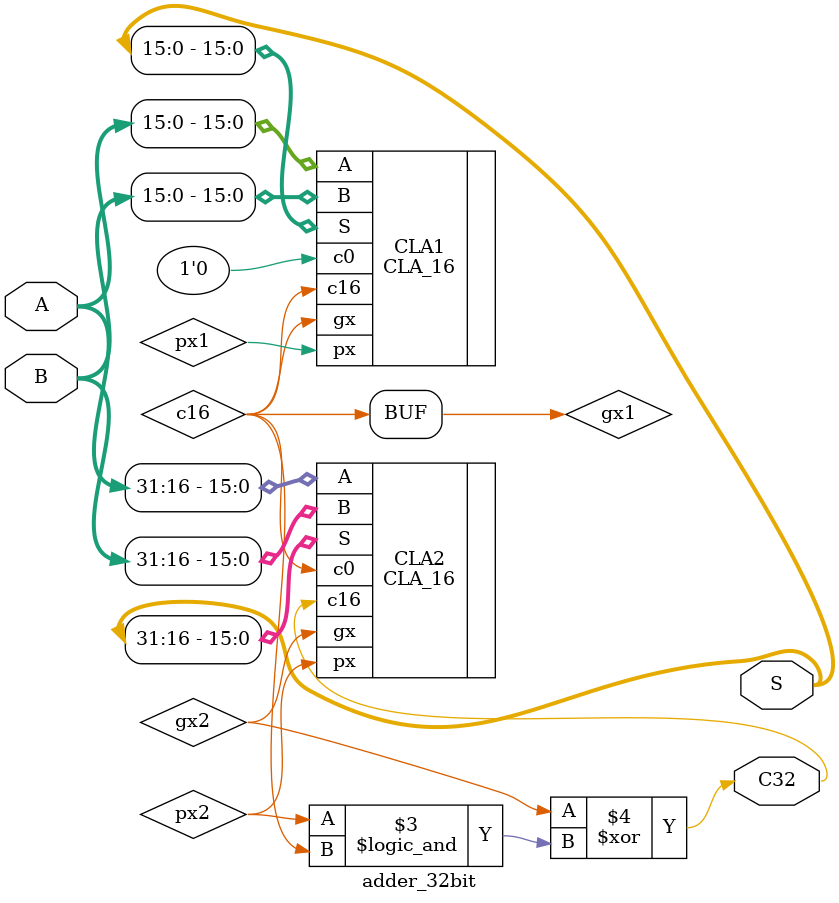
<source format=v>
module	adder_32bit(A,B,S,C32);
    input [31:0] A;
    input [31:0] B;
    output [31:0] S;
    output C32;

    wire px1,gx1,px2,gx2;
    wire c16;

    CLA_16 CLA1(
        .A(A[15:0]),
        .B(B[15:0]),
        .c0(1'b0),
        .S(S[15:0]),
        .px(px1),
        .gx(gx1),
        .c16(c16)
    );

    CLA_16 CLA2(
        .A(A[31:16]),
        .B(B[31:16]),
        .c0(c16),
        .S(S[31:16]),
        .px(px2),
        .gx(gx2),
        .c16(C32)
    );

    assign c16 = gx1 ^ (px1 && 1'b0); //c0 = 0
    assign C32 = gx2 ^ (px2 && c16);
endmodule

</source>
